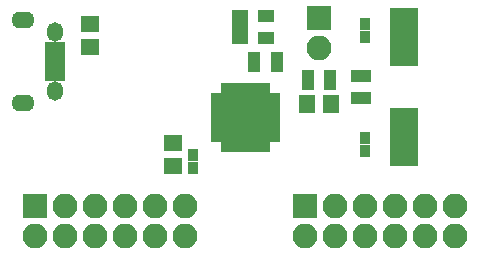
<source format=gts>
G04 #@! TF.GenerationSoftware,KiCad,Pcbnew,(2017-01-20 revision 550a1ea4d)-master*
G04 #@! TF.CreationDate,2017-01-26T21:32:21+07:00*
G04 #@! TF.ProjectId,ULPI_PMOD,554C50495F504D4F442E6B696361645F,rev?*
G04 #@! TF.FileFunction,Soldermask,Top*
G04 #@! TF.FilePolarity,Negative*
%FSLAX46Y46*%
G04 Gerber Fmt 4.6, Leading zero omitted, Abs format (unit mm)*
G04 Created by KiCad (PCBNEW (2017-01-20 revision 550a1ea4d)-master) date Thu Jan 26 21:32:21 2017*
%MOMM*%
%LPD*%
G01*
G04 APERTURE LIST*
%ADD10C,0.100000*%
%ADD11O,1.950000X1.400000*%
%ADD12O,1.350000X1.650000*%
%ADD13R,1.750000X0.800000*%
%ADD14R,2.400000X4.900000*%
%ADD15R,0.900000X1.000000*%
%ADD16R,1.400000X1.650000*%
%ADD17R,1.650000X1.400000*%
%ADD18O,2.100000X2.100000*%
%ADD19R,2.100000X2.100000*%
%ADD20R,1.100000X1.700000*%
%ADD21R,1.700000X1.100000*%
%ADD22R,1.460000X1.050000*%
%ADD23R,2.125000X2.125000*%
%ADD24R,1.100000X0.650000*%
%ADD25R,0.650000X1.100000*%
G04 APERTURE END LIST*
D10*
D11*
X75150000Y-67500000D03*
X75150000Y-60500000D03*
D12*
X77850000Y-66500000D03*
X77850000Y-61500000D03*
D13*
X77850000Y-65300000D03*
X77850000Y-64650000D03*
X77850000Y-64000000D03*
X77850000Y-63350000D03*
X77850000Y-62700000D03*
D14*
X107442000Y-70417000D03*
X107442000Y-61917000D03*
D15*
X89535000Y-73025000D03*
X89535000Y-71925000D03*
D16*
X99203000Y-67564000D03*
X101203000Y-67564000D03*
D17*
X87884000Y-72882000D03*
X87884000Y-70882000D03*
X80800000Y-60800000D03*
X80800000Y-62800000D03*
D15*
X104140000Y-60791000D03*
X104140000Y-61891000D03*
X104140000Y-70443000D03*
X104140000Y-71543000D03*
D18*
X100203000Y-62865000D03*
D19*
X100203000Y-60325000D03*
D20*
X96647000Y-64008000D03*
X94747000Y-64008000D03*
D21*
X103759000Y-67117000D03*
X103759000Y-65217000D03*
D20*
X101150000Y-65532000D03*
X99250000Y-65532000D03*
D22*
X95715000Y-60137000D03*
X95715000Y-62037000D03*
X93515000Y-62037000D03*
X93515000Y-61087000D03*
X93515000Y-60137000D03*
D23*
X94842500Y-67871000D03*
X93117500Y-67871000D03*
X94842500Y-69596000D03*
X93117500Y-69596000D03*
D24*
X96380000Y-66983500D03*
X96380000Y-67483500D03*
X96380000Y-67983500D03*
X96380000Y-68483500D03*
X96380000Y-68983500D03*
X96380000Y-69483500D03*
X96380000Y-69983500D03*
X96380000Y-70483500D03*
D25*
X95730000Y-71133500D03*
X95230000Y-71133500D03*
X94730000Y-71133500D03*
X94230000Y-71133500D03*
X93730000Y-71133500D03*
X93230000Y-71133500D03*
X92730000Y-71133500D03*
X92230000Y-71133500D03*
D24*
X91580000Y-70483500D03*
X91580000Y-69983500D03*
X91580000Y-69483500D03*
X91580000Y-68983500D03*
X91580000Y-68483500D03*
X91580000Y-67983500D03*
X91580000Y-67483500D03*
X91580000Y-66983500D03*
D25*
X92230000Y-66333500D03*
X92730000Y-66333500D03*
X93230000Y-66333500D03*
X93730000Y-66333500D03*
X94230000Y-66333500D03*
X94730000Y-66333500D03*
X95230000Y-66333500D03*
X95730000Y-66333500D03*
D19*
X76200000Y-76200000D03*
D18*
X76200000Y-78740000D03*
X78740000Y-76200000D03*
X78740000Y-78740000D03*
X81280000Y-76200000D03*
X81280000Y-78740000D03*
X83820000Y-76200000D03*
X83820000Y-78740000D03*
X86360000Y-76200000D03*
X86360000Y-78740000D03*
X88900000Y-76200000D03*
X88900000Y-78740000D03*
X111760000Y-78740000D03*
X111760000Y-76200000D03*
X109220000Y-78740000D03*
X109220000Y-76200000D03*
X106680000Y-78740000D03*
X106680000Y-76200000D03*
X104140000Y-78740000D03*
X104140000Y-76200000D03*
X101600000Y-78740000D03*
X101600000Y-76200000D03*
X99060000Y-78740000D03*
D19*
X99060000Y-76200000D03*
M02*

</source>
